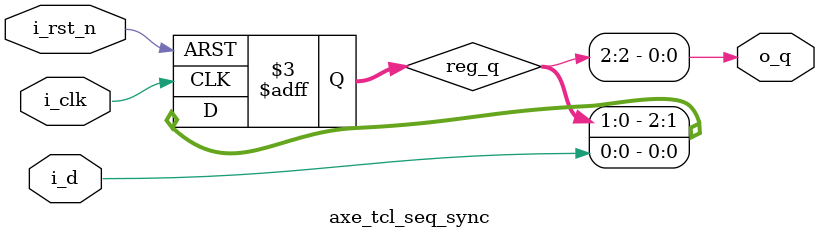
<source format=sv>


module axe_tcl_seq_sync #(
  /// Number of synchronization stages
  parameter int unsigned SyncStages = 3,
  /// Reset value
  parameter bit ResetValue = 0,
  /// The probability of metastability, see axe_tcl_seq_metastability_model
  parameter int unsigned Ratio = 99
)(
  /// Clock to synchronize to, positive edge triggered
  input  wire  i_clk,
  // doc async
  /// Asynchronous reset, active low
  input  wire  i_rst_n,
  // doc async
  /// Data input
  input  logic i_d,
  // doc sync i_clk
  /// Synchronized data output
  output logic o_q
);

  /////////////////////////////
  // Print the configuration //
  /////////////////////////////
`ifdef AXE_TCL_PRINT_CONFIG
  $info(
    "\n",
    "#################################################################################\n",
    "# 'axe_tcl_seq_sync' instantiated with the configuration:\n",
    "#   SyncStages: %d\n", SyncStages,
    "#   ResetValue: %d\n", ResetValue,
    "#################################################################################"
  );
`endif

  logic [SyncStages-1:0] reg_q;

  if (SyncStages > 1) begin : gen_sync
    always_ff @(posedge i_clk or negedge i_rst_n) begin
      if (!i_rst_n) reg_q <= {SyncStages{ResetValue}};
      else          reg_q <= {reg_q[SyncStages-2:0], i_d};
    end
  end : gen_sync
  else begin : gen_no_sync
    assign reg_q[0] = i_d;
  end : gen_no_sync

  `ifndef SYNTHESIS
    axe_tcl_seq_metastability_model #(
      .ResetValue(ResetValue),
      .Ratio     (Ratio)
    ) i_metastability_model (
      .i_clk,
      .i_rst_n,
      .i_q    (reg_q[SyncStages-1]),
      .o_q
    );
  `else
    assign o_q = reg_q[SyncStages-1];
  `endif
endmodule

</source>
